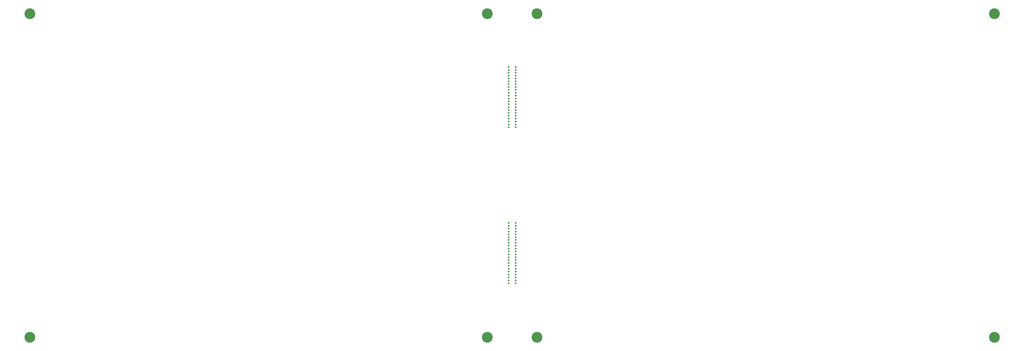
<source format=gbs>
G04 #@! TF.GenerationSoftware,KiCad,Pcbnew,(6.0.9-0)*
G04 #@! TF.CreationDate,2022-12-15T09:10:18+08:00*
G04 #@! TF.ProjectId,3.1HeatingElement,332e3148-6561-4746-996e-67456c656d65,rev?*
G04 #@! TF.SameCoordinates,Original*
G04 #@! TF.FileFunction,Soldermask,Bot*
G04 #@! TF.FilePolarity,Negative*
%FSLAX46Y46*%
G04 Gerber Fmt 4.6, Leading zero omitted, Abs format (unit mm)*
G04 Created by KiCad (PCBNEW (6.0.9-0)) date 2022-12-15 09:10:18*
%MOMM*%
%LPD*%
G01*
G04 APERTURE LIST*
%ADD10C,0.500000*%
%ADD11C,3.000000*%
G04 APERTURE END LIST*
D10*
X147144400Y-79000000D03*
X149094400Y-77400000D03*
X147144400Y-112000000D03*
X147144400Y-113600000D03*
X149094400Y-80600000D03*
X149094400Y-126350000D03*
X149094400Y-114400000D03*
X147144400Y-111200000D03*
X149094400Y-127150000D03*
D11*
X14200000Y-143000000D03*
X141200000Y-53000000D03*
D10*
X147144400Y-127950000D03*
X147144400Y-127150000D03*
X149094400Y-115200000D03*
X149094400Y-74200000D03*
X147144400Y-114400000D03*
X147144400Y-73400000D03*
X149094400Y-127950000D03*
X149094400Y-68650000D03*
X149094400Y-123950000D03*
X149094400Y-78200000D03*
X147144400Y-118350000D03*
X149094400Y-115950000D03*
X147144400Y-81400000D03*
X147144400Y-78200000D03*
X149094400Y-73400000D03*
X147144400Y-83000000D03*
X147144400Y-79800000D03*
X147144400Y-70250000D03*
X147144400Y-71050000D03*
X147144400Y-122350000D03*
X147144400Y-120750000D03*
D11*
X14200000Y-53000000D03*
D10*
X147144400Y-115950000D03*
X147144400Y-119950000D03*
X147144400Y-124750000D03*
X149094400Y-75800000D03*
X147144400Y-83800000D03*
X149094400Y-119950000D03*
X149094400Y-67850000D03*
X149094400Y-112800000D03*
D11*
X155000000Y-143000000D03*
D10*
X147144400Y-75800000D03*
X149094400Y-76600000D03*
X147144400Y-71850000D03*
X149094400Y-118350000D03*
X147144400Y-80600000D03*
X147144400Y-74200000D03*
X147144400Y-68650000D03*
X147144400Y-115200000D03*
X149094400Y-75000000D03*
X147144400Y-69450000D03*
X149094400Y-84600000D03*
X147144400Y-121550000D03*
X149094400Y-111200000D03*
X149094400Y-121550000D03*
X149094400Y-117550000D03*
X149094400Y-119150000D03*
X149094400Y-116750000D03*
X149094400Y-120750000D03*
X147144400Y-117550000D03*
X149094400Y-83800000D03*
X147144400Y-116750000D03*
D11*
X141200000Y-143000000D03*
D10*
X149094400Y-113600000D03*
X147144400Y-72600000D03*
X149094400Y-124750000D03*
X147144400Y-76600000D03*
X147144400Y-67850000D03*
X147144400Y-126350000D03*
X149094400Y-122350000D03*
X149094400Y-125550000D03*
D11*
X282000000Y-143000000D03*
D10*
X149094400Y-82200000D03*
X149094400Y-72600000D03*
X147144400Y-123950000D03*
X147144400Y-84600000D03*
X149094400Y-83000000D03*
X147144400Y-112800000D03*
X147144400Y-75000000D03*
X149094400Y-69450000D03*
X147144400Y-77400000D03*
X149094400Y-79800000D03*
X149094400Y-70250000D03*
X147144400Y-119150000D03*
X147144400Y-82200000D03*
D11*
X282000000Y-53000000D03*
D10*
X147144400Y-123150000D03*
D11*
X155000000Y-53000000D03*
D10*
X147144400Y-125550000D03*
X149094400Y-81400000D03*
X149094400Y-112000000D03*
X149094400Y-79000000D03*
X149094400Y-123150000D03*
X149094400Y-71050000D03*
X149094400Y-71850000D03*
M02*

</source>
